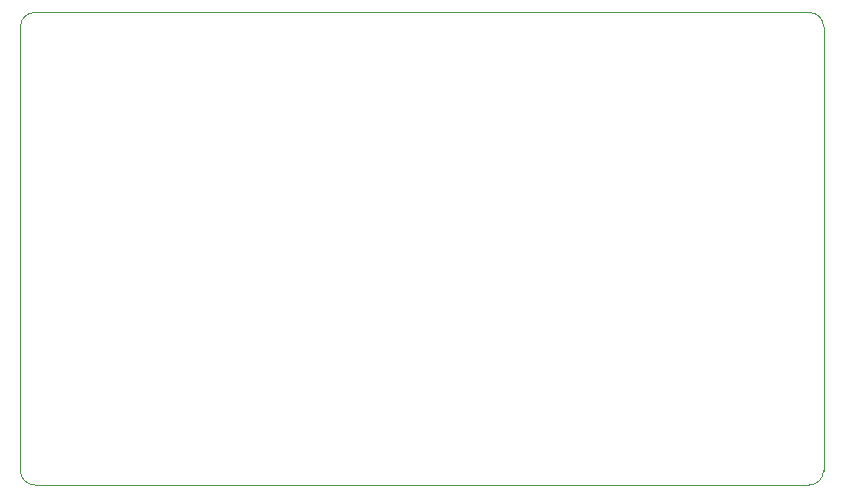
<source format=gm1>
G04 #@! TF.GenerationSoftware,KiCad,Pcbnew,8.0.5*
G04 #@! TF.CreationDate,2024-10-21T14:42:36+02:00*
G04 #@! TF.ProjectId,Master,4d617374-6572-42e6-9b69-6361645f7063,rev?*
G04 #@! TF.SameCoordinates,Original*
G04 #@! TF.FileFunction,Profile,NP*
%FSLAX46Y46*%
G04 Gerber Fmt 4.6, Leading zero omitted, Abs format (unit mm)*
G04 Created by KiCad (PCBNEW 8.0.5) date 2024-10-21 14:42:36*
%MOMM*%
%LPD*%
G01*
G04 APERTURE LIST*
G04 #@! TA.AperFunction,Profile*
%ADD10C,0.050000*%
G04 #@! TD*
G04 APERTURE END LIST*
D10*
X101800000Y-27998528D02*
G75*
G02*
X102999972Y-29198528I0J-1199972D01*
G01*
X103000000Y-66800000D02*
G75*
G02*
X101800000Y-68000000I-1200000J0D01*
G01*
X36200000Y-68000000D02*
X101800000Y-68000000D01*
X36200000Y-68000000D02*
G75*
G02*
X35000000Y-66800000I0J1200000D01*
G01*
X35000000Y-66800000D02*
X35000000Y-29200000D01*
X101800000Y-27998528D02*
X36200000Y-28000000D01*
X35000000Y-29200000D02*
G75*
G02*
X36200000Y-28000000I1200000J0D01*
G01*
X103000000Y-66800000D02*
X103000000Y-29198528D01*
M02*

</source>
